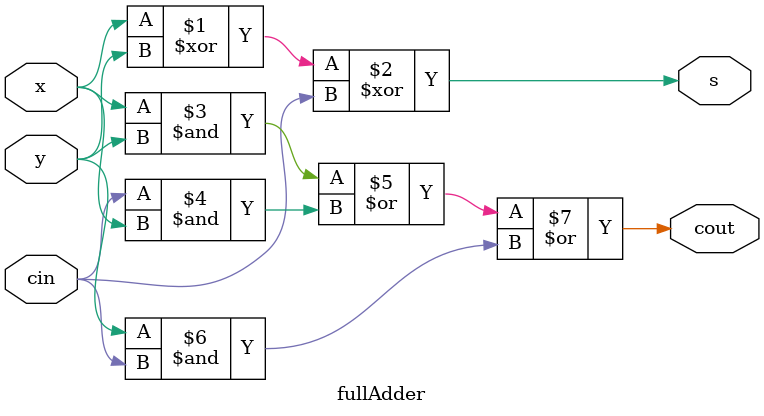
<source format=v>

module fullAdder (
input wire x,y,cin,
output s,cout 
);

assign s= x ^ y ^ cin;
assign cout=(x & y)|(cin & x)|(y & cin);

endmodule
</source>
